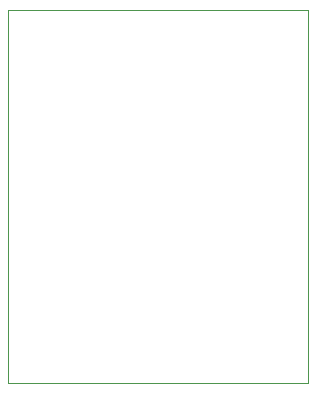
<source format=gbr>
%TF.GenerationSoftware,KiCad,Pcbnew,8.0.6*%
%TF.CreationDate,2025-12-05T01:10:29-07:00*%
%TF.ProjectId,pt_thrifty,70745f74-6872-4696-9674-792e6b696361,rev?*%
%TF.SameCoordinates,Original*%
%TF.FileFunction,Profile,NP*%
%FSLAX46Y46*%
G04 Gerber Fmt 4.6, Leading zero omitted, Abs format (unit mm)*
G04 Created by KiCad (PCBNEW 8.0.6) date 2025-12-05 01:10:29*
%MOMM*%
%LPD*%
G01*
G04 APERTURE LIST*
%TA.AperFunction,Profile*%
%ADD10C,0.050000*%
%TD*%
G04 APERTURE END LIST*
D10*
X127190500Y-68707000D02*
X152590500Y-68707000D01*
X152590500Y-100330000D01*
X127190500Y-100330000D01*
X127190500Y-68707000D01*
M02*

</source>
